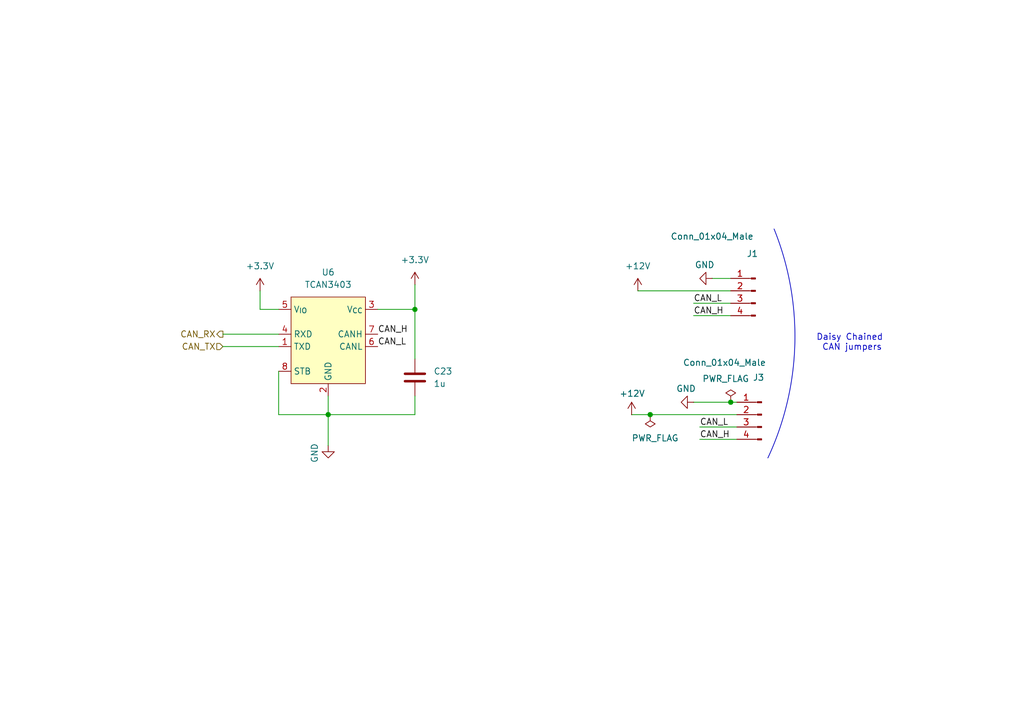
<source format=kicad_sch>
(kicad_sch (version 20250114) (generator "eeschema") (generator_version "9.0")
  (paper "A5")
  (title_block (title "CAN I/O Interface") (date "2025-08-20") (rev "Rev5") (company "University of Toronto Human Powered Vehicles"))
  (lib_symbols
    (symbol "Connector:Conn_01x04_Pin" (pin_names (offset 1.016) (hide yes))
      (property "Reference" "J" (at 0 5.08 0))
      (property "Value" "Conn_01x04_Pin" (at 0 -7.62 0))
      (symbol "Conn_01x04_Pin_1_1"
        (rectangle (start 0.8636 2.667) (end 0 2.413) (stroke (width 0.1524)) (fill (type outline)))
        (rectangle (start 0.8636 0.127) (end 0 -0.127) (stroke (width 0.1524)) (fill (type outline)))
        (rectangle (start 0.8636 -2.413) (end 0 -2.667) (stroke (width 0.1524)) (fill (type outline)))
        (rectangle (start 0.8636 -4.953) (end 0 -5.207) (stroke (width 0.1524)) (fill (type outline)))
        (polyline (pts (xy 1.27 2.54) (xy 0.8636 2.54)) (stroke (width 0.1524)))
        (polyline (pts (xy 1.27 0) (xy 0.8636 0)) (stroke (width 0.1524)))
        (polyline (pts (xy 1.27 -2.54) (xy 0.8636 -2.54)) (stroke (width 0.1524)))
        (polyline (pts (xy 1.27 -5.08) (xy 0.8636 -5.08)) (stroke (width 0.1524)))
        (pin passive line (at 5.08 2.54 180) (length 3.81) (name "Pin_1") (number "1"))
        (pin passive line (at 5.08 0 180) (length 3.81) (name "Pin_2") (number "2"))
        (pin passive line (at 5.08 -2.54 180) (length 3.81) (name "Pin_3") (number "3"))
        (pin passive line (at 5.08 -5.08 180) (length 3.81) (name "Pin_4") (number "4"))
      )
    )
    (symbol "Device:C" (pin_numbers (hide yes)) (pin_names (offset 0.254))
      (property "Reference" "C" (at 0.635 2.54 0))
      (property "Value" "C" (at 0.635 -2.54 0))
      (symbol "C_0_1"
        (polyline (pts (xy -2.032 0.762) (xy 2.032 0.762)) (stroke (width 0.508)))
        (polyline (pts (xy -2.032 -0.762) (xy 2.032 -0.762)) (stroke (width 0.508)))
      )
      (symbol "C_1_1"
        (pin passive line (at 0 3.81 270) (length 2.794) (name "~") (number "1"))
        (pin passive line (at 0 -3.81 90) (length 2.794) (name "~") (number "2"))
      )
    )
    (symbol "power:+3.3V" (power) (pin_numbers (hide yes)) (pin_names (offset 0) (hide yes))
      (property "Value" "+3.3V" (at 0 3.556 0))
      (symbol "+3.3V_0_1"
        (polyline (pts (xy -0.762 1.27) (xy 0 2.54)))
        (polyline (pts (xy 0 2.54) (xy 0.762 1.27)))
        (polyline (pts (xy 0 0) (xy 0 2.54)))
      )
      (symbol "+3.3V_1_1"
        (pin power_in line (at 0 0 90) (length 0) (name "~") (number "1"))
      )
    )
    (symbol "power:+5V" (power) (pin_numbers (hide yes)) (pin_names (offset 0) (hide yes))
      (property "Value" "+5V" (at 0 3.556 0))
      (symbol "+5V_0_1"
        (polyline (pts (xy -0.762 1.27) (xy 0 2.54)))
        (polyline (pts (xy 0 2.54) (xy 0.762 1.27)))
        (polyline (pts (xy 0 0) (xy 0 2.54)))
      )
      (symbol "+5V_1_1"
        (pin power_in line (at 0 0 90) (length 0) (name "~") (number "1"))
      )
    )
    (symbol "power:GND" (power) (pin_numbers (hide yes)) (pin_names (offset 0) (hide yes))
      (property "Value" "GND" (at 0 -3.81 0))
      (symbol "GND_0_1"
        (polyline (pts (xy 0 0) (xy 0 -1.27) (xy 1.27 -1.27) (xy 0 -2.54) (xy -1.27 -1.27) (xy 0 -1.27)))
      )
      (symbol "GND_1_1"
        (pin power_in line (at 0 0 270) (length 0) (name "~") (number "1"))
      )
    )
    (symbol "power:PWR_FLAG" (power) (pin_numbers (hide yes)) (pin_names (offset 0) (hide yes))
      (property "Value" "PWR_FLAG" (at 0 3.81 0))
      (symbol "PWR_FLAG_0_0"
        (pin power_out line (at 0 0 90) (length 0) (name "~") (number "1"))
      )
      (symbol "PWR_FLAG_0_1"
        (polyline (pts (xy 0 0) (xy 0 1.27) (xy -1.016 1.905) (xy 0 2.54) (xy 1.016 1.905) (xy 0 1.27)))
      )
    )
    (symbol "wing_module:TCAN3403"
      (property "Reference" "U" (at 0 12.7 0))
      (property "Value" "TCAN3403" (at 0 10.16 0))
      (symbol "TCAN3403_0_0"
        (pin power_in line (at -10.16 6.35 0) (length 2.54) (name "V_{IO}") (number "5"))
        (pin output line (at -10.16 1.27 0) (length 2.54) (name "RXD") (number "4"))
        (pin input line (at -10.16 -1.27 0) (length 2.54) (name "TXD") (number "1"))
        (pin input line (at -10.16 -6.35 0) (length 2.54) (name "STB") (number "8"))
        (pin power_in line (at 0 -11.43 90) (length 2.54) (name "GND") (number "2"))
        (pin power_in line (at 10.16 6.35 180) (length 2.54) (name "V_{CC}") (number "3"))
        (pin bidirectional line (at 10.16 1.27 180) (length 2.54) (name "CANH") (number "7"))
        (pin bidirectional line (at 10.16 -1.27 180) (length 2.54) (name "CANL") (number "6"))
      )
      (symbol "TCAN3403_1_1"
        (rectangle (start -7.62 8.89) (end 7.62 -8.89) (fill (type background)))
      )
    )
  )
  (arc (start 158.75 46.99) (mid 163.0082 70.6172) (end 157.48 93.98))
  (text "Daisy Chained \nCAN jumpers" (at 174.752 70.358 0) (effects (font (size 1.27 1.27))))
  (junction (at 133.35 85.09))
  (junction (at 85.09 63.5))
  (junction (at 149.86 82.55))
  (junction (at 67.31 85.09))
  (wire (pts (xy 142.24 62.23) (xy 149.86 62.23)))
  (wire (pts (xy 45.72 68.58) (xy 57.15 68.58)))
  (wire (pts (xy 149.86 59.69) (xy 130.81 59.69)))
  (wire (pts (xy 45.72 71.12) (xy 57.15 71.12)))
  (wire (pts (xy 142.24 64.77) (xy 149.86 64.77)))
  (wire (pts (xy 149.86 82.55) (xy 142.24 82.55)))
  (wire (pts (xy 85.09 63.5) (xy 85.09 73.66)))
  (wire (pts (xy 85.09 63.5) (xy 85.09 58.42)))
  (wire (pts (xy 77.47 63.5) (xy 85.09 63.5)))
  (wire (pts (xy 67.31 85.09) (xy 67.31 91.44)))
  (wire (pts (xy 67.31 81.28) (xy 67.31 85.09)))
  (wire (pts (xy 151.13 82.55) (xy 149.86 82.55)))
  (wire (pts (xy 143.51 90.17) (xy 151.13 90.17)))
  (wire (pts (xy 85.09 81.28) (xy 85.09 85.09)))
  (wire (pts (xy 57.15 85.09) (xy 67.31 85.09)))
  (wire (pts (xy 133.35 85.09) (xy 129.54 85.09)))
  (wire (pts (xy 57.15 76.2) (xy 57.15 85.09)))
  (wire (pts (xy 143.51 87.63) (xy 151.13 87.63)))
  (wire (pts (xy 133.35 85.09) (xy 151.13 85.09)))
  (wire (pts (xy 67.31 85.09) (xy 85.09 85.09)))
  (wire (pts (xy 53.34 59.69) (xy 53.34 63.5)))
  (wire (pts (xy 149.86 57.15) (xy 146.05 57.15)))
  (wire (pts (xy 53.34 63.5) (xy 57.15 63.5)))
  (label "CAN_L" (at 143.51 87.63 0))
  (label "CAN_H" (at 143.51 90.17 0))
  (label "CAN_L" (at 142.24 62.23 0))
  (label "CAN_H" (at 77.47 68.58 0))
  (label "CAN_H" (at 142.24 64.77 0))
  (label "CAN_L" (at 77.47 71.12 0))
  (hierarchical_label "CAN_TX" (shape input) (at 45.72 71.12 180))
  (hierarchical_label "CAN_RX" (shape output) (at 45.72 68.58 180))
  (symbol (lib_id "power:+3.3V") (at 85.09 58.42 0) (unit 1)
    (property "Reference" "#PWR026" (effects (hide yes)))
    (property "Value" "+3.3V" (at 85.09 53.34 0))
    (property "Description" "Power symbol creates a global label with name \"+3.3V\"" (effects (hide yes)))
  )
  (symbol (lib_id "power:+5V") (at 129.54 85.09 0) (mirror y) (unit 1)
    (property "Reference" "#PWR01" (effects (hide yes)))
    (property "Value" "+12V" (at 127 80.772 0) (effects (justify right)))
    (property "Description" "Power symbol creates a global label with name \"+5V\"" (effects (hide yes)))
  )
  (symbol (lib_id "Device:C") (at 85.09 77.47 0) (unit 1)
    (property "Reference" "C23" (at 88.9 76.1999 0) (effects (justify left)))
    (property "Value" "1u" (at 88.9 78.7399 0) (effects (justify left)))
    (property "Footprint" "Capacitor_SMD:C_0402_1005Metric" (effects (hide yes)))
    (property "Description" "Unpolarized capacitor" (effects (hide yes)))
    (property "LCSC" "C15849" (effects (hide yes)))
  )
  (symbol (lib_id "Connector:Conn_01x04_Pin") (at 156.21 85.09 0) (mirror y) (unit 1)
    (property "Reference" "J3" (at 155.575 77.47 0))
    (property "Value" "Conn_01x04_Male" (at 148.59 74.422 0))
    (property "Footprint" "Connector_JST:JST_XH_B4B-XH-A_1x04_P2.50mm_Vertical" (effects (hide yes)))
    (property "Description" "Generic connector, single row, 01x04, script generated" (effects (hide yes)))
    (property "LCSC" "C594232" (effects (hide yes)))
  )
  (symbol (lib_id "power:GND") (at 67.31 91.44 0) (mirror y) (unit 1)
    (property "Reference" "#PWR08" (effects (hide yes)))
    (property "Value" "GND" (at 64.516 90.932 90) (effects (justify right)))
    (property "Description" "Power symbol creates a global label with name \"GND\" , ground" (effects (hide yes)))
  )
  (symbol (lib_id "power:+5V") (at 130.81 59.69 0) (mirror y) (unit 1)
    (property "Reference" "#PWR07" (effects (hide yes)))
    (property "Value" "+12V" (at 130.81 54.61 0))
    (property "Description" "Power symbol creates a global label with name \"+5V\"" (effects (hide yes)))
  )
  (symbol (lib_id "power:GND") (at 142.24 82.55 270) (mirror x) (unit 1)
    (property "Reference" "#PWR011" (effects (hide yes)))
    (property "Value" "GND" (at 142.748 79.756 90) (effects (justify right)))
    (property "Description" "Power symbol creates a global label with name \"GND\" , ground" (effects (hide yes)))
  )
  (symbol (lib_id "power:PWR_FLAG") (at 133.35 85.09 180) (unit 1)
    (property "Reference" "#FLG03" (effects (hide yes)))
    (property "Value" "PWR_FLAG" (at 134.366 89.916 0))
    (property "Description" "Special symbol for telling ERC where power comes from" (effects (hide yes)))
  )
  (symbol (lib_id "Connector:Conn_01x04_Pin") (at 154.94 59.69 0) (mirror y) (unit 1)
    (property "Reference" "J1" (at 154.305 52.07 0))
    (property "Value" "Conn_01x04_Male" (at 146.05 48.514 0))
    (property "Footprint" "Connector_JST:JST_XH_B4B-XH-A_1x04_P2.50mm_Vertical" (effects (hide yes)))
    (property "Description" "Generic connector, single row, 01x04, script generated" (effects (hide yes)))
    (property "LCSC" "C594232" (effects (hide yes)))
  )
  (symbol (lib_id "power:+3.3V") (at 53.34 59.69 0) (unit 1)
    (property "Reference" "#PWR014" (effects (hide yes)))
    (property "Value" "+3.3V" (at 53.34 54.61 0))
    (property "Description" "Power symbol creates a global label with name \"+3.3V\"" (effects (hide yes)))
  )
  (symbol (lib_id "power:GND") (at 146.05 57.15 270) (mirror x) (unit 1)
    (property "Reference" "#PWR010" (effects (hide yes)))
    (property "Value" "GND" (at 146.558 54.356 90) (effects (justify right)))
    (property "Description" "Power symbol creates a global label with name \"GND\" , ground" (effects (hide yes)))
  )
  (symbol (lib_id "wing_module:TCAN3403") (at 67.31 69.85 0) (unit 1)
    (property "Reference" "U6" (at 67.31 55.88 0))
    (property "Value" "TCAN3403" (at 67.31 58.42 0))
    (property "Footprint" "Package_TO_SOT_SMD:TSOT-23-8" (effects (hide yes)))
    (property "Datasheet" "https://www.ti.com.cn/cn/lit/ds/symlink/tcan3403-q1.pdf" (effects (hide yes)))
    (property "Description" "TCAN340x-Q1 3.3V Automotive CAN FD Transceivers with Standby Mode and ±58V bus Standoff" (effects (hide yes)))
    (property "LCSC" "C35926232" (effects (hide yes)))
  )
  (symbol (lib_id "power:PWR_FLAG") (at 149.86 82.55 0) (unit 1)
    (property "Reference" "#FLG04" (effects (hide yes)))
    (property "Value" "PWR_FLAG" (at 148.844 77.724 0))
    (property "Description" "Special symbol for telling ERC where power comes from" (effects (hide yes)))
  )
)
</source>
